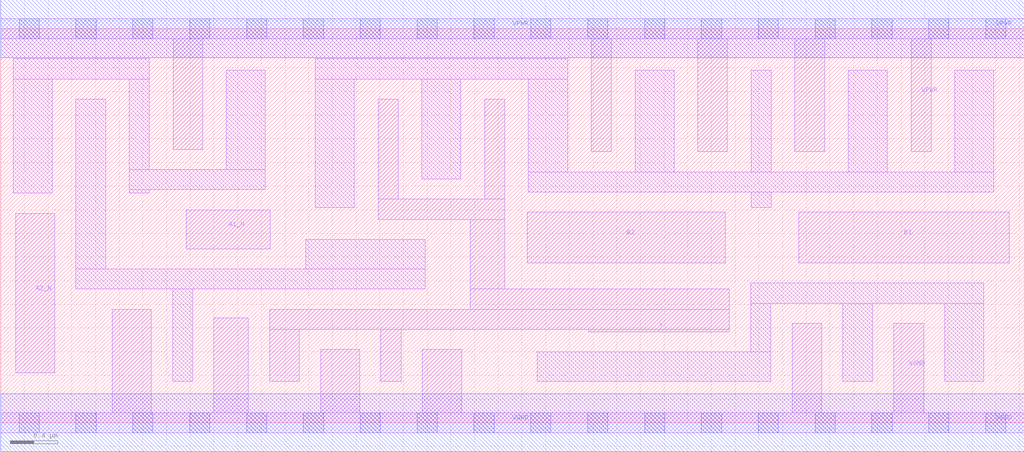
<source format=lef>
# Copyright 2020 The SkyWater PDK Authors
#
# Licensed under the Apache License, Version 2.0 (the "License");
# you may not use this file except in compliance with the License.
# You may obtain a copy of the License at
#
#     https://www.apache.org/licenses/LICENSE-2.0
#
# Unless required by applicable law or agreed to in writing, software
# distributed under the License is distributed on an "AS IS" BASIS,
# WITHOUT WARRANTIES OR CONDITIONS OF ANY KIND, either express or implied.
# See the License for the specific language governing permissions and
# limitations under the License.
#
# SPDX-License-Identifier: Apache-2.0

VERSION 5.7 ;
  NAMESCASESENSITIVE ON ;
  NOWIREEXTENSIONATPIN ON ;
  DIVIDERCHAR "/" ;
  BUSBITCHARS "[]" ;
UNITS
  DATABASE MICRONS 200 ;
END UNITS
MACRO sky130_fd_sc_ls__a2bb2oi_4
  CLASS CORE ;
  SOURCE USER ;
  FOREIGN sky130_fd_sc_ls__a2bb2oi_4 ;
  ORIGIN  0.000000  0.000000 ;
  SIZE  8.640000 BY  3.330000 ;
  SYMMETRY X Y ;
  SITE unit ;
  PIN A1_N
    ANTENNAGATEAREA  0.411000 ;
    DIRECTION INPUT ;
    USE SIGNAL ;
    PORT
      LAYER li1 ;
        RECT 1.565000 1.470000 2.275000 1.800000 ;
    END
  END A1_N
  PIN A2_N
    ANTENNAGATEAREA  0.411000 ;
    DIRECTION INPUT ;
    USE SIGNAL ;
    PORT
      LAYER li1 ;
        RECT 0.125000 0.420000 0.455000 1.770000 ;
    END
  END A2_N
  PIN B1
    ANTENNAGATEAREA  1.116000 ;
    DIRECTION INPUT ;
    USE SIGNAL ;
    PORT
      LAYER li1 ;
        RECT 6.735000 1.350000 8.515000 1.780000 ;
    END
  END B1
  PIN B2
    ANTENNAGATEAREA  1.116000 ;
    DIRECTION INPUT ;
    USE SIGNAL ;
    PORT
      LAYER li1 ;
        RECT 4.445000 1.350000 6.115000 1.780000 ;
    END
  END B2
  PIN Y
    ANTENNADIFFAREA  1.500800 ;
    DIRECTION OUTPUT ;
    USE SIGNAL ;
    PORT
      LAYER li1 ;
        RECT 2.270000 0.350000 2.520000 0.790000 ;
        RECT 2.270000 0.790000 6.150000 0.960000 ;
        RECT 3.185000 1.720000 4.255000 1.890000 ;
        RECT 3.185000 1.890000 3.355000 2.735000 ;
        RECT 3.210000 0.350000 3.380000 0.790000 ;
        RECT 3.965000 0.960000 6.150000 1.130000 ;
        RECT 3.965000 1.130000 4.255000 1.720000 ;
        RECT 4.085000 1.890000 4.255000 2.735000 ;
        RECT 4.960000 0.770000 6.150000 0.790000 ;
    END
  END Y
  PIN VGND
    DIRECTION INOUT ;
    SHAPE ABUTMENT ;
    USE GROUND ;
    PORT
      LAYER li1 ;
        RECT 0.000000 -0.085000 8.640000 0.085000 ;
        RECT 0.940000  0.085000 1.270000 0.960000 ;
        RECT 1.800000  0.085000 2.090000 0.885000 ;
        RECT 2.700000  0.085000 3.030000 0.620000 ;
        RECT 3.560000  0.085000 3.890000 0.620000 ;
        RECT 6.680000  0.085000 6.930000 0.840000 ;
        RECT 7.540000  0.085000 7.790000 0.840000 ;
      LAYER mcon ;
        RECT 0.155000 -0.085000 0.325000 0.085000 ;
        RECT 0.635000 -0.085000 0.805000 0.085000 ;
        RECT 1.115000 -0.085000 1.285000 0.085000 ;
        RECT 1.595000 -0.085000 1.765000 0.085000 ;
        RECT 2.075000 -0.085000 2.245000 0.085000 ;
        RECT 2.555000 -0.085000 2.725000 0.085000 ;
        RECT 3.035000 -0.085000 3.205000 0.085000 ;
        RECT 3.515000 -0.085000 3.685000 0.085000 ;
        RECT 3.995000 -0.085000 4.165000 0.085000 ;
        RECT 4.475000 -0.085000 4.645000 0.085000 ;
        RECT 4.955000 -0.085000 5.125000 0.085000 ;
        RECT 5.435000 -0.085000 5.605000 0.085000 ;
        RECT 5.915000 -0.085000 6.085000 0.085000 ;
        RECT 6.395000 -0.085000 6.565000 0.085000 ;
        RECT 6.875000 -0.085000 7.045000 0.085000 ;
        RECT 7.355000 -0.085000 7.525000 0.085000 ;
        RECT 7.835000 -0.085000 8.005000 0.085000 ;
        RECT 8.315000 -0.085000 8.485000 0.085000 ;
      LAYER met1 ;
        RECT 0.000000 -0.245000 8.640000 0.245000 ;
    END
  END VGND
  PIN VPWR
    DIRECTION INOUT ;
    SHAPE ABUTMENT ;
    USE POWER ;
    PORT
      LAYER li1 ;
        RECT 0.000000 3.245000 8.640000 3.415000 ;
        RECT 1.455000 2.310000 1.705000 3.245000 ;
        RECT 4.985000 2.290000 5.155000 3.245000 ;
        RECT 5.885000 2.290000 6.135000 3.245000 ;
        RECT 6.705000 2.290000 6.955000 3.245000 ;
        RECT 7.685000 2.290000 7.855000 3.245000 ;
      LAYER mcon ;
        RECT 0.155000 3.245000 0.325000 3.415000 ;
        RECT 0.635000 3.245000 0.805000 3.415000 ;
        RECT 1.115000 3.245000 1.285000 3.415000 ;
        RECT 1.595000 3.245000 1.765000 3.415000 ;
        RECT 2.075000 3.245000 2.245000 3.415000 ;
        RECT 2.555000 3.245000 2.725000 3.415000 ;
        RECT 3.035000 3.245000 3.205000 3.415000 ;
        RECT 3.515000 3.245000 3.685000 3.415000 ;
        RECT 3.995000 3.245000 4.165000 3.415000 ;
        RECT 4.475000 3.245000 4.645000 3.415000 ;
        RECT 4.955000 3.245000 5.125000 3.415000 ;
        RECT 5.435000 3.245000 5.605000 3.415000 ;
        RECT 5.915000 3.245000 6.085000 3.415000 ;
        RECT 6.395000 3.245000 6.565000 3.415000 ;
        RECT 6.875000 3.245000 7.045000 3.415000 ;
        RECT 7.355000 3.245000 7.525000 3.415000 ;
        RECT 7.835000 3.245000 8.005000 3.415000 ;
        RECT 8.315000 3.245000 8.485000 3.415000 ;
      LAYER met1 ;
        RECT 0.000000 3.085000 8.640000 3.575000 ;
    END
  END VPWR
  OBS
    LAYER li1 ;
      RECT 0.105000 1.940000 0.435000 2.905000 ;
      RECT 0.105000 2.905000 1.255000 3.075000 ;
      RECT 0.635000 1.130000 3.585000 1.300000 ;
      RECT 0.635000 1.300000 0.885000 2.735000 ;
      RECT 1.085000 1.940000 1.255000 1.970000 ;
      RECT 1.085000 1.970000 2.235000 2.140000 ;
      RECT 1.085000 2.140000 1.255000 2.905000 ;
      RECT 1.450000 0.350000 1.620000 1.130000 ;
      RECT 1.905000 2.140000 2.235000 2.980000 ;
      RECT 2.575000 1.300000 3.585000 1.550000 ;
      RECT 2.655000 1.820000 2.985000 2.905000 ;
      RECT 2.655000 2.905000 4.785000 3.075000 ;
      RECT 3.555000 2.060000 3.885000 2.905000 ;
      RECT 4.455000 1.950000 8.385000 2.120000 ;
      RECT 4.455000 2.120000 4.785000 2.905000 ;
      RECT 4.530000 0.350000 6.500000 0.600000 ;
      RECT 5.355000 2.120000 5.685000 2.980000 ;
      RECT 6.330000 0.600000 6.500000 1.010000 ;
      RECT 6.330000 1.010000 8.300000 1.180000 ;
      RECT 6.335000 1.820000 6.505000 1.950000 ;
      RECT 6.335000 2.120000 6.505000 2.980000 ;
      RECT 7.110000 0.350000 7.360000 1.010000 ;
      RECT 7.155000 2.120000 7.485000 2.980000 ;
      RECT 7.970000 0.350000 8.300000 1.010000 ;
      RECT 8.055000 2.120000 8.385000 2.980000 ;
  END
END sky130_fd_sc_ls__a2bb2oi_4

</source>
